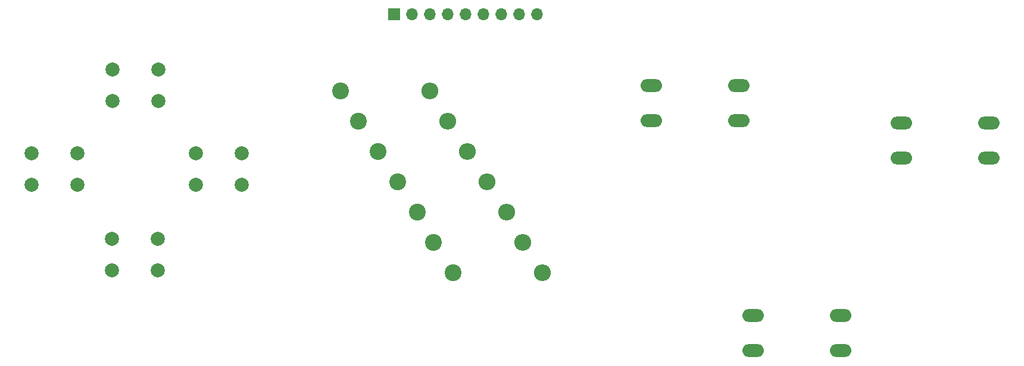
<source format=gbs>
G04 #@! TF.GenerationSoftware,KiCad,Pcbnew,(5.1.10)-1*
G04 #@! TF.CreationDate,2022-08-15T16:43:16+01:00*
G04 #@! TF.ProjectId,BMO Buttons,424d4f20-4275-4747-946f-6e732e6b6963,rev?*
G04 #@! TF.SameCoordinates,Original*
G04 #@! TF.FileFunction,Soldermask,Bot*
G04 #@! TF.FilePolarity,Negative*
%FSLAX46Y46*%
G04 Gerber Fmt 4.6, Leading zero omitted, Abs format (unit mm)*
G04 Created by KiCad (PCBNEW (5.1.10)-1) date 2022-08-15 16:43:16*
%MOMM*%
%LPD*%
G01*
G04 APERTURE LIST*
%ADD10O,2.400000X2.400000*%
%ADD11C,2.400000*%
%ADD12O,3.048000X1.850000*%
%ADD13C,2.000000*%
%ADD14O,1.700000X1.700000*%
%ADD15R,1.700000X1.700000*%
G04 APERTURE END LIST*
D10*
X145288000Y-107442000D03*
D11*
X132588000Y-107442000D03*
D12*
X190554000Y-117856000D03*
X190554000Y-122856000D03*
X178054000Y-117856000D03*
X178054000Y-122856000D03*
X199136000Y-95424000D03*
X199136000Y-90424000D03*
X211636000Y-95424000D03*
X211636000Y-90424000D03*
X163576000Y-90090000D03*
X163576000Y-85090000D03*
X176076000Y-90090000D03*
X176076000Y-85090000D03*
D13*
X81938000Y-94742000D03*
X81938000Y-99242000D03*
X75438000Y-94742000D03*
X75438000Y-99242000D03*
X93368000Y-106934000D03*
X93368000Y-111434000D03*
X86868000Y-106934000D03*
X86868000Y-111434000D03*
X105306000Y-94742000D03*
X105306000Y-99242000D03*
X98806000Y-94742000D03*
X98806000Y-99242000D03*
X93472000Y-82804000D03*
X93472000Y-87304000D03*
X86972000Y-82804000D03*
X86972000Y-87304000D03*
D10*
X148082000Y-111760000D03*
D11*
X135382000Y-111760000D03*
D10*
X143002000Y-103124000D03*
D11*
X130302000Y-103124000D03*
D10*
X140208000Y-98806000D03*
D11*
X127508000Y-98806000D03*
D10*
X137414000Y-94488000D03*
D11*
X124714000Y-94488000D03*
D10*
X134620000Y-90170000D03*
D11*
X121920000Y-90170000D03*
D10*
X132080000Y-85852000D03*
D11*
X119380000Y-85852000D03*
D14*
X147320000Y-74930000D03*
X144780000Y-74930000D03*
X142240000Y-74930000D03*
X139700000Y-74930000D03*
X137160000Y-74930000D03*
X134620000Y-74930000D03*
X132080000Y-74930000D03*
X129540000Y-74930000D03*
D15*
X127000000Y-74930000D03*
M02*

</source>
